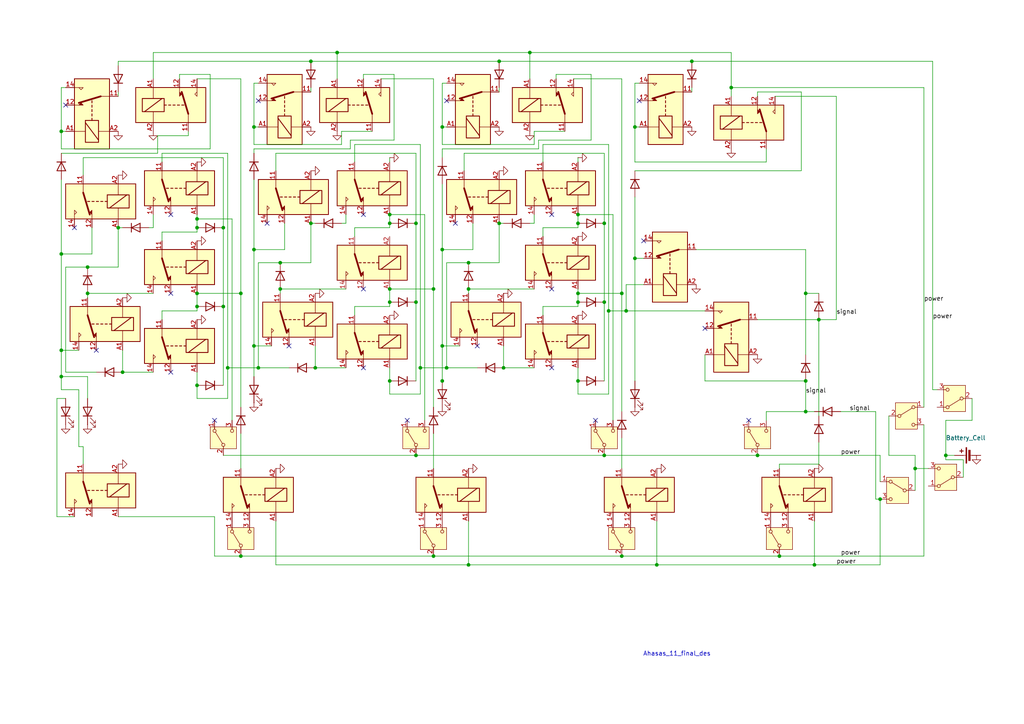
<source format=kicad_sch>
(kicad_sch (version 20231120) (generator "eeschema") (generator_version "8.0")
  (paper "A4")
  (lib_symbols
    (symbol "Device:Battery_Cell" (pin_numbers hide) (pin_names (offset 0) hide)
      (property "Reference" "BT" (at 2.54 2.54 0))
      (property "Value" "Battery_Cell" (at 2.54 0 0))
      (symbol "Battery_Cell_1_1"
        (pin passive line (at 0 5.08 270) (length 2.54) (name "+") (number "1"))
        (pin passive line (at 0 -2.54 90) (length 2.54) (name "-") (number "2"))
      )
    )
    (symbol "Device:D" (pin_numbers hide) (pin_names (offset 1.016) hide)
      (property "Reference" "D" (at 0 2.54 0))
      (property "Value" "D" (at 0 -2.54 0))
      (symbol "D_1_1"
        (pin passive line (at -3.81 0 0) (length 2.54) (name "K") (number "1"))
        (pin passive line (at 3.81 0 180) (length 2.54) (name "A") (number "2"))
      )
    )
    (symbol "Device:LED" (pin_numbers hide) (pin_names (offset 1.016) hide)
      (property "Reference" "D" (at 0 2.54 0))
      (property "Value" "LED" (at 0 -2.54 0))
      (symbol "LED_1_1"
        (pin passive line (at -3.81 0 0) (length 2.54) (name "K") (number "1"))
        (pin passive line (at 3.81 0 180) (length 2.54) (name "A") (number "2"))
      )
    )
    (symbol "Relay:Relay_SPDT"
      (property "Reference" "K" (at 11.43 3.81 0))
      (property "Value" "Relay_SPDT" (at 11.43 1.27 0))
      (symbol "Relay_SPDT_1_1"
        (pin passive line (at 5.08 -7.62 90) (length 2.54) (name "~") (number "11"))
        (pin passive line (at 2.54 7.62 270) (length 2.54) (name "~") (number "12"))
        (pin passive line (at 7.62 7.62 270) (length 2.54) (name "~") (number "14"))
        (pin passive line (at -5.08 7.62 270) (length 2.54) (name "~") (number "A1"))
        (pin passive line (at -5.08 -7.62 90) (length 2.54) (name "~") (number "A2"))
      )
    )
    (symbol "Switch:SW_SPDT" (pin_names (offset 0) hide)
      (property "Reference" "SW" (at 0 5.08 0))
      (property "Value" "SW_SPDT" (at 0 -5.08 0))
      (symbol "SW_SPDT_1_1"
        (pin passive line (at 5.08 2.54 180) (length 2.54) (name "A") (number "1"))
        (pin passive line (at -5.08 0 0) (length 2.54) (name "B") (number "2"))
        (pin passive line (at 5.08 -2.54 180) (length 2.54) (name "C") (number "3"))
      )
    )
    (symbol "power:GND" (power) (pin_numbers hide) (pin_names (offset 0) hide)
      (property "Value" "GND" (at 0 -3.81 0))
      (symbol "GND_1_1"
        (pin power_in line (at 0 0 270) (length 0) (name "~") (number "1"))
      )
    )
  )
  (junction (at 57.15 85.09))
  (junction (at 25.4 85.09))
  (junction (at 167.64 64.77))
  (junction (at 180.34 85.09))
  (junction (at 69.85 161.29))
  (junction (at 176.53 90.17))
  (junction (at 81.28 83.82))
  (junction (at 265.43 135.89))
  (junction (at 135.89 76.2))
  (junction (at 57.15 66.04))
  (junction (at 81.28 76.2))
  (junction (at 113.03 87.63))
  (junction (at 255.27 144.78))
  (junction (at 144.78 64.77))
  (junction (at 128.27 36.83))
  (junction (at 64.77 88.9))
  (junction (at 113.03 64.77))
  (junction (at 212.09 25.4))
  (junction (at 167.64 87.63))
  (junction (at 125.73 161.29))
  (junction (at 128.27 72.39))
  (junction (at 180.34 161.29))
  (junction (at 57.15 63.5))
  (junction (at 113.03 110.49))
  (junction (at 17.78 73.66))
  (junction (at 175.26 132.08))
  (junction (at 57.15 88.9))
  (junction (at 274.32 132.08))
  (junction (at 73.66 100.33))
  (junction (at 128.27 110.49))
  (junction (at 167.64 110.49))
  (junction (at 113.03 83.82))
  (junction (at 35.56 107.95))
  (junction (at 135.89 163.83))
  (junction (at 64.77 66.04))
  (junction (at 121.92 106.68))
  (junction (at 91.44 106.68))
  (junction (at 181.61 90.17))
  (junction (at 219.71 132.08))
  (junction (at 120.65 132.08))
  (junction (at 184.15 74.93))
  (junction (at 175.26 87.63))
  (junction (at 17.78 101.6))
  (junction (at 226.06 161.29))
  (junction (at 17.78 109.22))
  (junction (at 97.79 15.24))
  (junction (at 113.03 62.23))
  (junction (at 153.67 15.24))
  (junction (at 125.73 83.82))
  (junction (at 90.17 17.78))
  (junction (at 233.68 110.49))
  (junction (at 175.26 64.77))
  (junction (at 167.64 62.23))
  (junction (at 146.05 106.68))
  (junction (at 34.29 66.04))
  (junction (at 236.22 163.83))
  (junction (at 184.15 36.83))
  (junction (at 57.15 111.76))
  (junction (at 120.65 87.63))
  (junction (at 128.27 100.33))
  (junction (at 73.66 72.39))
  (junction (at 73.66 36.83))
  (junction (at 233.68 119.38))
  (junction (at 69.85 85.09))
  (junction (at 167.64 85.09))
  (junction (at 237.49 92.71))
  (junction (at 135.89 83.82))
  (junction (at 25.4 77.47))
  (junction (at 129.54 106.68))
  (junction (at 200.66 17.78))
  (junction (at 90.17 64.77))
  (junction (at 66.04 106.68))
  (junction (at 233.68 85.09))
  (junction (at 120.65 64.77))
  (junction (at 17.78 38.1))
  (junction (at 190.5 163.83))
  (junction (at 144.78 17.78))
  (junction (at 74.93 106.68))
  (no_connect (at 138.43 100.33))
  (no_connect (at 49.53 62.23))
  (no_connect (at 49.53 85.09))
  (no_connect (at 27.94 101.6))
  (no_connect (at 83.82 100.33))
  (no_connect (at 186.69 69.85))
  (no_connect (at 105.41 83.82))
  (no_connect (at 19.05 30.48))
  (no_connect (at 105.41 62.23))
  (no_connect (at 172.72 121.92))
  (no_connect (at 49.53 107.95))
  (no_connect (at 185.42 29.21))
  (no_connect (at 129.54 29.21))
  (no_connect (at 217.17 121.92))
  (no_connect (at 160.02 83.82))
  (no_connect (at 21.59 66.04))
  (no_connect (at 118.11 121.92))
  (no_connect (at 160.02 106.68))
  (no_connect (at 160.02 62.23))
  (no_connect (at 204.47 95.25))
  (no_connect (at 105.41 106.68))
  (no_connect (at 77.47 64.77))
  (no_connect (at 132.08 64.77))
  (no_connect (at 62.23 121.92))
  (no_connect (at 74.93 29.21))
  (wire (pts (xy 110.49 22.86) (xy 125.73 22.86)))
  (wire (pts (xy 154.94 41.91) (xy 128.27 41.91)))
  (wire (pts (xy 255.27 163.83) (xy 236.22 163.83)))
  (wire (pts (xy 167.64 62.23) (xy 167.64 64.77)))
  (wire (pts (xy 17.78 101.6) (xy 22.86 101.6)))
  (wire (pts (xy 73.66 100.33) (xy 78.74 100.33)))
  (wire (pts (xy 74.93 106.68) (xy 66.04 106.68)))
  (wire (pts (xy 90.17 17.78) (xy 34.29 17.78)))
  (wire (pts (xy 80.01 151.13) (xy 80.01 163.83)))
  (wire (pts (xy 265.43 135.89) (xy 269.24 135.89)))
  (wire (pts (xy 62.23 149.86) (xy 62.23 161.29)))
  (wire (pts (xy 137.16 72.39) (xy 137.16 64.77)))
  (wire (pts (xy 121.92 41.91) (xy 121.92 106.68)))
  (wire (pts (xy 157.48 41.91) (xy 176.53 41.91)))
  (wire (pts (xy 113.03 83.82) (xy 113.03 87.63)))
  (wire (pts (xy 120.65 132.08) (xy 175.26 132.08)))
  (wire (pts (xy 113.03 110.49) (xy 113.03 106.68)))
  (wire (pts (xy 281.94 121.92) (xy 274.32 121.92)))
  (wire (pts (xy 254 144.78) (xy 255.27 144.78)))
  (wire (pts (xy 128.27 41.91) (xy 128.27 36.83)))
  (wire (pts (xy 154.94 62.23) (xy 154.94 64.77)))
  (wire (pts (xy 100.33 62.23) (xy 100.33 64.77)))
  (wire (pts (xy 135.89 151.13) (xy 135.89 163.83)))
  (wire (pts (xy 138.43 106.68) (xy 129.54 106.68)))
  (wire (pts (xy 113.03 87.63) (xy 113.03 88.9)))
  (wire (pts (xy 237.49 134.62) (xy 226.06 134.62)))
  (wire (pts (xy 237.49 128.27) (xy 237.49 134.62)))
  (wire (pts (xy 57.15 111.76) (xy 57.15 107.95)))
  (wire (pts (xy 120.65 87.63) (xy 120.65 110.49)))
  (wire (pts (xy 102.87 41.91) (xy 121.92 41.91)))
  (wire (pts (xy 200.66 17.78) (xy 270.51 17.78)))
  (wire (pts (xy 97.79 15.24) (xy 153.67 15.24)))
  (wire (pts (xy 74.93 106.68) (xy 74.93 76.2)))
  (wire (pts (xy 167.64 114.3) (xy 167.64 110.49)))
  (wire (pts (xy 134.62 44.45) (xy 134.62 49.53)))
  (wire (pts (xy 66.04 115.57) (xy 57.15 115.57)))
  (wire (pts (xy 17.78 73.66) (xy 17.78 52.07)))
  (wire (pts (xy 233.68 85.09) (xy 237.49 85.09)))
  (wire (pts (xy 74.93 76.2) (xy 81.28 76.2)))
  (wire (pts (xy 17.78 38.1) (xy 17.78 25.4)))
  (wire (pts (xy 90.17 64.77) (xy 91.44 64.77)))
  (wire (pts (xy 17.78 109.22) (xy 17.78 101.6)))
  (wire (pts (xy 257.81 132.08) (xy 265.43 132.08)))
  (wire (pts (xy 73.66 43.18) (xy 101.6 43.18)))
  (wire (pts (xy 200.66 17.78) (xy 144.78 17.78)))
  (wire (pts (xy 267.97 25.4) (xy 267.97 118.11)))
  (wire (pts (xy 279.4 138.43) (xy 279.4 133.35)))
  (wire (pts (xy 201.93 72.39) (xy 233.68 72.39)))
  (wire (pts (xy 128.27 72.39) (xy 137.16 72.39)))
  (wire (pts (xy 64.77 66.04) (xy 64.77 45.72)))
  (wire (pts (xy 22.86 129.54) (xy 22.86 113.03)))
  (wire (pts (xy 17.78 43.18) (xy 17.78 38.1)))
  (wire (pts (xy 177.8 62.23) (xy 177.8 121.92)))
  (wire (pts (xy 16.51 115.57) (xy 16.51 149.86)))
  (wire (pts (xy 121.92 114.3) (xy 113.03 114.3)))
  (wire (pts (xy 121.92 106.68) (xy 121.92 114.3)))
  (wire (pts (xy 222.25 119.38) (xy 222.25 121.92)))
  (wire (pts (xy 274.32 133.35) (xy 274.32 132.08)))
  (wire (pts (xy 113.03 66.04) (xy 102.87 66.04)))
  (wire (pts (xy 35.56 107.95) (xy 44.45 107.95)))
  (wire (pts (xy 212.09 25.4) (xy 212.09 15.24)))
  (wire (pts (xy 16.51 149.86) (xy 21.59 149.86)))
  (wire (pts (xy 274.32 132.08) (xy 276.86 132.08)))
  (wire (pts (xy 175.26 87.63) (xy 175.26 110.49)))
  (wire (pts (xy 35.56 101.6) (xy 35.56 107.95)))
  (wire (pts (xy 81.28 85.09) (xy 81.28 83.82)))
  (wire (pts (xy 44.45 15.24) (xy 44.45 22.86)))
  (wire (pts (xy 167.64 46.99) (xy 167.64 45.72)))
  (wire (pts (xy 232.41 26.67) (xy 219.71 26.67)))
  (wire (pts (xy 144.78 76.2) (xy 144.78 64.77)))
  (wire (pts (xy 19.05 77.47) (xy 25.4 77.47)))
  (wire (pts (xy 102.87 66.04) (xy 102.87 68.58)))
  (wire (pts (xy 64.77 45.72) (xy 24.13 45.72)))
  (wire (pts (xy 167.64 83.82) (xy 167.64 85.09)))
  (wire (pts (xy 135.89 76.2) (xy 144.78 76.2)))
  (wire (pts (xy 270.51 113.03) (xy 271.78 113.03)))
  (wire (pts (xy 27.94 107.95) (xy 19.05 107.95)))
  (wire (pts (xy 128.27 43.18) (xy 156.21 43.18)))
  (wire (pts (xy 156.21 40.64) (xy 171.45 40.64)))
  (wire (pts (xy 113.03 114.3) (xy 113.03 110.49)))
  (wire (pts (xy 233.68 110.49) (xy 204.47 110.49)))
  (wire (pts (xy 224.79 27.94) (xy 242.57 27.94)))
  (wire (pts (xy 180.34 85.09) (xy 180.34 119.38)))
  (wire (pts (xy 181.61 90.17) (xy 204.47 90.17)))
  (wire (pts (xy 171.45 40.64) (xy 171.45 21.59)))
  (wire (pts (xy 45.72 39.37) (xy 45.72 44.45)))
  (wire (pts (xy 237.49 92.71) (xy 242.57 92.71)))
  (wire (pts (xy 135.89 83.82) (xy 154.94 83.82)))
  (wire (pts (xy 24.13 134.62) (xy 24.13 129.54)))
  (wire (pts (xy 190.5 151.13) (xy 190.5 163.83)))
  (wire (pts (xy 57.15 85.09) (xy 57.15 88.9)))
  (wire (pts (xy 101.6 43.18) (xy 101.6 40.64)))
  (wire (pts (xy 125.73 118.11) (xy 125.73 83.82)))
  (wire (pts (xy 161.29 21.59) (xy 161.29 22.86)))
  (wire (pts (xy 222.25 43.18) (xy 222.25 46.99)))
  (wire (pts (xy 233.68 72.39) (xy 233.68 85.09)))
  (wire (pts (xy 69.85 22.86) (xy 57.15 22.86)))
  (wire (pts (xy 73.66 41.91) (xy 73.66 36.83)))
  (wire (pts (xy 180.34 85.09) (xy 167.64 85.09)))
  (wire (pts (xy 46.99 90.17) (xy 46.99 92.71)))
  (wire (pts (xy 46.99 44.45) (xy 66.04 44.45)))
  (wire (pts (xy 176.53 90.17) (xy 176.53 114.3)))
  (wire (pts (xy 167.64 66.04) (xy 157.48 66.04)))
  (wire (pts (xy 64.77 66.04) (xy 64.77 88.9)))
  (wire (pts (xy 175.26 64.77) (xy 175.26 87.63)))
  (wire (pts (xy 129.54 76.2) (xy 135.89 76.2)))
  (wire (pts (xy 54.61 38.1) (xy 54.61 39.37)))
  (wire (pts (xy 167.64 110.49) (xy 167.64 106.68)))
  (wire (pts (xy 144.78 64.77) (xy 146.05 64.77)))
  (wire (pts (xy 73.66 43.18) (xy 73.66 44.45)))
  (wire (pts (xy 19.05 107.95) (xy 19.05 77.47)))
  (wire (pts (xy 200.66 25.4) (xy 200.66 26.67)))
  (wire (pts (xy 123.19 62.23) (xy 113.03 62.23)))
  (wire (pts (xy 144.78 25.4) (xy 144.78 26.67)))
  (wire (pts (xy 91.44 100.33) (xy 91.44 106.68)))
  (wire (pts (xy 44.45 66.04) (xy 43.18 66.04)))
  (wire (pts (xy 125.73 135.89) (xy 125.73 125.73)))
  (wire (pts (xy 19.05 115.57) (xy 16.51 115.57)))
  (wire (pts (xy 67.31 63.5) (xy 57.15 63.5)))
  (wire (pts (xy 57.15 67.31) (xy 46.99 67.31)))
  (wire (pts (xy 80.01 44.45) (xy 80.01 49.53)))
  (wire (pts (xy 17.78 25.4) (xy 19.05 25.4)))
  (wire (pts (xy 281.94 115.57) (xy 281.94 121.92)))
  (wire (pts (xy 114.3 40.64) (xy 114.3 21.59)))
  (wire (pts (xy 237.49 92.71) (xy 237.49 120.65)))
  (wire (pts (xy 153.67 15.24) (xy 212.09 15.24)))
  (wire (pts (xy 60.96 21.59) (xy 52.07 21.59)))
  (wire (pts (xy 44.45 62.23) (xy 44.45 66.04)))
  (wire (pts (xy 66.04 44.45) (xy 66.04 106.68)))
  (wire (pts (xy 34.29 66.04) (xy 35.56 66.04)))
  (wire (pts (xy 177.8 62.23) (xy 167.64 62.23)))
  (wire (pts (xy 57.15 66.04) (xy 57.15 67.31)))
  (wire (pts (xy 90.17 76.2) (xy 90.17 64.77)))
  (wire (pts (xy 185.42 36.83) (xy 184.15 36.83)))
  (wire (pts (xy 156.21 43.18) (xy 156.21 40.64)))
  (wire (pts (xy 114.3 21.59) (xy 105.41 21.59)))
  (wire (pts (xy 184.15 49.53) (xy 232.41 49.53)))
  (wire (pts (xy 120.65 64.77) (xy 120.65 44.45)))
  (wire (pts (xy 17.78 101.6) (xy 17.78 73.66)))
  (wire (pts (xy 129.54 106.68) (xy 129.54 76.2)))
  (wire (pts (xy 66.04 106.68) (xy 66.04 115.57)))
  (wire (pts (xy 237.49 92.71) (xy 219.71 92.71)))
  (wire (pts (xy 57.15 85.09) (xy 69.85 85.09)))
  (wire (pts (xy 184.15 74.93) (xy 184.15 110.49)))
  (wire (pts (xy 166.37 22.86) (xy 180.34 22.86)))
  (wire (pts (xy 226.06 134.62) (xy 226.06 135.89)))
  (wire (pts (xy 146.05 100.33) (xy 146.05 106.68)))
  (wire (pts (xy 167.64 85.09) (xy 167.64 87.63)))
  (wire (pts (xy 180.34 127) (xy 180.34 135.89)))
  (wire (pts (xy 279.4 133.35) (xy 274.32 133.35)))
  (wire (pts (xy 236.22 119.38) (xy 233.68 119.38)))
  (wire (pts (xy 97.79 15.24) (xy 97.79 22.86)))
  (wire (pts (xy 24.13 45.72) (xy 24.13 50.8)))
  (wire (pts (xy 232.41 49.53) (xy 232.41 26.67)))
  (wire (pts (xy 17.78 38.1) (xy 19.05 38.1)))
  (wire (pts (xy 254 119.38) (xy 254 144.78)))
  (wire (pts (xy 25.4 77.47) (xy 34.29 77.47)))
  (wire (pts (xy 57.15 62.23) (xy 57.15 63.5)))
  (wire (pts (xy 125.73 83.82) (xy 113.03 83.82)))
  (wire (pts (xy 184.15 57.15) (xy 184.15 74.93)))
  (wire (pts (xy 22.86 113.03) (xy 17.78 113.03)))
  (wire (pts (xy 57.15 88.9) (xy 57.15 90.17)))
  (wire (pts (xy 101.6 40.64) (xy 114.3 40.64)))
  (wire (pts (xy 102.87 88.9) (xy 102.87 91.44)))
  (wire (pts (xy 242.57 27.94) (xy 242.57 92.71)))
  (wire (pts (xy 176.53 41.91) (xy 176.53 90.17)))
  (wire (pts (xy 81.28 83.82) (xy 100.33 83.82)))
  (wire (pts (xy 128.27 100.33) (xy 128.27 72.39)))
  (wire (pts (xy 46.99 46.99) (xy 46.99 44.45)))
  (wire (pts (xy 99.06 38.1) (xy 99.06 41.91)))
  (wire (pts (xy 73.66 24.13) (xy 74.93 24.13)))
  (wire (pts (xy 181.61 82.55) (xy 181.61 90.17)))
  (wire (pts (xy 176.53 114.3) (xy 167.64 114.3)))
  (wire (pts (xy 73.66 100.33) (xy 73.66 72.39)))
  (wire (pts (xy 99.06 41.91) (xy 73.66 41.91)))
  (wire (pts (xy 180.34 161.29) (xy 226.06 161.29)))
  (wire (pts (xy 226.06 161.29) (xy 267.97 161.29)))
  (wire (pts (xy 267.97 123.19) (xy 267.97 161.29)))
  (wire (pts (xy 97.79 15.24) (xy 44.45 15.24)))
  (wire (pts (xy 190.5 163.83) (xy 236.22 163.83)))
  (wire (pts (xy 80.01 163.83) (xy 135.89 163.83)))
  (wire (pts (xy 113.03 88.9) (xy 102.87 88.9)))
  (wire (pts (xy 135.89 85.09) (xy 135.89 83.82)))
  (wire (pts (xy 102.87 41.91) (xy 102.87 46.99)))
  (wire (pts (xy 64.77 132.08) (xy 120.65 132.08)))
  (wire (pts (xy 125.73 22.86) (xy 125.73 83.82)))
  (wire (pts (xy 57.15 63.5) (xy 57.15 66.04)))
  (wire (pts (xy 233.68 102.87) (xy 233.68 85.09)))
  (wire (pts (xy 129.54 106.68) (xy 121.92 106.68)))
  (wire (pts (xy 107.95 38.1) (xy 99.06 38.1)))
  (wire (pts (xy 243.84 119.38) (xy 254 119.38)))
  (wire (pts (xy 184.15 46.99) (xy 184.15 36.83)))
  (wire (pts (xy 128.27 100.33) (xy 128.27 110.49)))
  (wire (pts (xy 128.27 110.49) (xy 128.27 111.76)))
  (wire (pts (xy 144.78 17.78) (xy 90.17 17.78)))
  (wire (pts (xy 171.45 21.59) (xy 161.29 21.59)))
  (wire (pts (xy 120.65 64.77) (xy 120.65 87.63)))
  (wire (pts (xy 17.78 73.66) (xy 26.67 73.66)))
  (wire (pts (xy 175.26 132.08) (xy 219.71 132.08)))
  (wire (pts (xy 73.66 72.39) (xy 73.66 52.07)))
  (wire (pts (xy 26.67 73.66) (xy 26.67 66.04)))
  (wire (pts (xy 73.66 72.39) (xy 82.55 72.39)))
  (wire (pts (xy 25.4 115.57) (xy 25.4 109.22)))
  (wire (pts (xy 52.07 21.59) (xy 52.07 22.86)))
  (wire (pts (xy 185.42 24.13) (xy 184.15 24.13)))
  (wire (pts (xy 157.48 88.9) (xy 157.48 91.44)))
  (wire (pts (xy 128.27 45.72) (xy 128.27 43.18)))
  (wire (pts (xy 180.34 22.86) (xy 180.34 85.09)))
  (wire (pts (xy 233.68 119.38) (xy 222.25 119.38)))
  (wire (pts (xy 135.89 163.83) (xy 190.5 163.83)))
  (wire (pts (xy 69.85 125.73) (xy 69.85 135.89)))
  (wire (pts (xy 60.96 43.18) (xy 60.96 21.59)))
  (wire (pts (xy 17.78 44.45) (xy 45.72 44.45)))
  (wire (pts (xy 176.53 90.17) (xy 181.61 90.17)))
  (wire (pts (xy 123.19 62.23) (xy 123.19 121.92)))
  (wire (pts (xy 270.51 17.78) (xy 270.51 113.03)))
  (wire (pts (xy 91.44 106.68) (xy 100.33 106.68)))
  (wire (pts (xy 274.32 121.92) (xy 274.32 132.08)))
  (wire (pts (xy 69.85 85.09) (xy 69.85 22.86)))
  (wire (pts (xy 113.03 46.99) (xy 113.03 45.72)))
  (wire (pts (xy 236.22 163.83) (xy 236.22 151.13)))
  (wire (pts (xy 128.27 36.83) (xy 129.54 36.83)))
  (wire (pts (xy 69.85 85.09) (xy 69.85 118.11)))
  (wire (pts (xy 167.64 87.63) (xy 167.64 88.9)))
  (wire (pts (xy 34.29 149.86) (xy 62.23 149.86)))
  (wire (pts (xy 80.01 44.45) (xy 120.65 44.45)))
  (wire (pts (xy 24.13 129.54) (xy 22.86 129.54)))
  (wire (pts (xy 265.43 132.08) (xy 265.43 135.89)))
  (wire (pts (xy 128.27 72.39) (xy 128.27 53.34)))
  (wire (pts (xy 128.27 36.83) (xy 128.27 24.13)))
  (wire (pts (xy 212.09 25.4) (xy 212.09 27.94)))
  (wire (pts (xy 73.66 100.33) (xy 73.66 109.22)))
  (wire (pts (xy 34.29 26.67) (xy 34.29 27.94)))
  (wire (pts (xy 69.85 161.29) (xy 125.73 161.29)))
  (wire (pts (xy 57.15 90.17) (xy 46.99 90.17)))
  (wire (pts (xy 73.66 36.83) (xy 74.93 36.83)))
  (wire (pts (xy 157.48 66.04) (xy 157.48 68.58)))
  (wire (pts (xy 64.77 88.9) (xy 64.77 111.76)))
  (wire (pts (xy 175.26 64.77) (xy 175.26 44.45)))
  (wire (pts (xy 100.33 64.77) (xy 99.06 64.77)))
  (wire (pts (xy 125.73 161.29) (xy 180.34 161.29)))
  (wire (pts (xy 167.64 88.9) (xy 157.48 88.9)))
  (wire (pts (xy 233.68 110.49) (xy 233.68 119.38)))
  (wire (pts (xy 146.05 106.68) (xy 154.94 106.68)))
  (wire (pts (xy 113.03 62.23) (xy 113.03 64.77)))
  (wire (pts (xy 128.27 100.33) (xy 133.35 100.33)))
  (wire (pts (xy 62.23 161.29) (xy 69.85 161.29)))
  (wire (pts (xy 54.61 39.37) (xy 45.72 39.37)))
  (wire (pts (xy 154.94 38.1) (xy 154.94 41.91)))
  (wire (pts (xy 267.97 25.4) (xy 212.09 25.4)))
  (wire (pts (xy 34.29 77.47) (xy 34.29 66.04)))
  (wire (pts (xy 255.27 132.08) (xy 219.71 132.08)))
  (wire (pts (xy 153.67 15.24) (xy 153.67 22.86)))
  (wire (pts (xy 17.78 43.18) (xy 60.96 43.18)))
  (wire (pts (xy 255.27 132.08) (xy 255.27 139.7)))
  (wire (pts (xy 25.4 109.22) (xy 17.78 109.22)))
  (wire (pts (xy 186.69 74.93) (xy 184.15 74.93)))
  (wire (pts (xy 184.15 24.13) (xy 184.15 36.83)))
  (wire (pts (xy 57.15 115.57) (xy 57.15 111.76)))
  (wire (pts (xy 157.48 41.91) (xy 157.48 46.99)))
  (wire (pts (xy 222.25 46.99) (xy 184.15 46.99)))
  (wire (pts (xy 154.94 64.77) (xy 153.67 64.77)))
  (wire (pts (xy 255.27 144.78) (xy 255.27 163.83)))
  (wire (pts (xy 25.4 85.09) (xy 44.45 85.09)))
  (wire (pts (xy 204.47 110.49) (xy 204.47 102.87)))
  (wire (pts (xy 34.29 17.78) (xy 34.29 19.05)))
  (wire (pts (xy 113.03 64.77) (xy 113.03 66.04)))
  (wire (pts (xy 81.28 76.2) (xy 90.17 76.2)))
  (wire (pts (xy 17.78 113.03) (xy 17.78 109.22)))
  (wire (pts (xy 25.4 86.36) (xy 25.4 85.09)))
  (wire (pts (xy 257.81 120.65) (xy 257.81 132.08)))
  (wire (pts (xy 129.54 24.13) (xy 128.27 24.13)))
  (wire (pts (xy 83.82 106.68) (xy 74.93 106.68)))
  (wire (pts (xy 186.69 82.55) (xy 181.61 82.55)))
  (wire (pts (xy 219.71 26.67) (xy 219.71 27.94)))
  (wire (pts (xy 46.99 67.31) (xy 46.99 69.85)))
  (wire (pts (xy 163.83 38.1) (xy 154.94 38.1)))
  (wire (pts (xy 134.62 44.45) (xy 175.26 44.45)))
  (wire (pts (xy 67.31 63.5) (xy 67.31 121.92)))
  (wire (pts (xy 82.55 72.39) (xy 82.55 64.77)))
  (wire (pts (xy 265.43 135.89) (xy 265.43 142.24)))
  (wire (pts (xy 73.66 36.83) (xy 73.66 24.13)))
  (wire (pts (xy 105.41 21.59) (xy 105.41 22.86)))
  (wire (pts (xy 90.17 25.4) (xy 90.17 26.67)))
  (wire (pts (xy 167.64 64.77) (xy 167.64 66.04)))
  (text "Ahasas_11_final_des" (at 196.342 189.738 0) (effects (font (size 1.27 1.27))))
  (label "power" (at 242.57 163.83 0))
  (label "power" (at 243.84 161.29 0))
  (label "power" (at 267.97 87.63 0))
  (label "signal" (at 233.68 114.3 0))
  (label "signal" (at 246.38 119.38 0))
  (label "power" (at 270.51 92.71 0))
  (label "signal" (at 242.57 91.44 0))
  (label "power" (at 243.84 132.08 0))
  (symbol (lib_id "power:GND") (at 219.71 102.87 0) (unit 1)
    (property "Reference" "#PWR032" (effects (hide yes)))
    (property "Value" "GND" (effects (hide yes)))
    (property "Description" "Power symbol creates a global label with name \"GND\" , ground" (effects (hide yes)))
  )
  (symbol (lib_id "Device:D") (at 73.66 48.26 270) (unit 1)
    (property "Reference" "D?" (effects (hide yes)))
    (property "Value" "D" (effects (hide yes)))
    (property "Footprint" "Diode_THT:D_5KPW_P7.62mm_Vertical_AnodeUp" (effects (hide yes)))
    (property "Description" "Diode" (effects (hide yes)))
    (property "Sim.Device" "D" (effects (hide yes)))
    (property "Sim.Pins" "1=K 2=A" (effects (hide yes)))
  )
  (symbol (lib_id "Relay:Relay_SPDT") (at 194.31 77.47 90) (unit 1)
    (property "Reference" "K?" (effects (hide yes)))
    (property "Value" "Relay_SPDT" (effects (hide yes)))
    (property "Footprint" "Relay_THT:Relay_SPDT_Finder_36.11" (effects (hide yes)))
    (property "Description" "Monostable Relay SPDT, EN50005" (effects (hide yes)))
  )
  (symbol (lib_id "power:GND") (at 34.29 134.62 90) (unit 1)
    (property "Reference" "#PWR035" (effects (hide yes)))
    (property "Value" "GND" (effects (hide yes)))
    (property "Description" "Power symbol creates a global label with name \"GND\" , ground" (effects (hide yes)))
  )
  (symbol (lib_id "Relay:Relay_SPDT") (at 102.87 30.48 0) (unit 1)
    (property "Reference" "K?" (effects (hide yes)))
    (property "Value" "Relay_SPDT" (effects (hide yes)))
    (property "Footprint" "Relay_THT:Relay_SPDT_Finder_36.11" (effects (hide yes)))
    (property "Description" "Monostable Relay SPDT, EN50005" (effects (hide yes)))
  )
  (symbol (lib_id "Switch:SW_SPDT") (at 69.85 156.21 90) (unit 1)
    (property "Reference" "SW?" (effects (hide yes)))
    (property "Value" "SW_SPDT" (effects (hide yes)))
    (property "Footprint" "Button_Switch_THT:SW_Slide_SPDT_Straight_CK_OS102011MS2Q" (effects (hide yes)))
    (property "Description" "Switch, single pole double throw" (effects (hide yes)))
  )
  (symbol (lib_id "Device:D") (at 128.27 49.53 270) (unit 1)
    (property "Reference" "D?" (effects (hide yes)))
    (property "Value" "D" (effects (hide yes)))
    (property "Footprint" "Diode_THT:D_5KPW_P7.62mm_Vertical_AnodeUp" (effects (hide yes)))
    (property "Description" "Diode" (effects (hide yes)))
    (property "Sim.Device" "D" (effects (hide yes)))
    (property "Sim.Pins" "1=K 2=A" (effects (hide yes)))
  )
  (symbol (lib_id "Device:D") (at 135.89 80.01 270) (unit 1)
    (property "Reference" "D?" (effects (hide yes)))
    (property "Value" "D" (effects (hide yes)))
    (property "Footprint" "Diode_THT:D_5KPW_P7.62mm_Vertical_AnodeUp" (effects (hide yes)))
    (property "Description" "Diode" (effects (hide yes)))
    (property "Sim.Device" "D" (effects (hide yes)))
    (property "Sim.Pins" "1=K 2=A" (effects (hide yes)))
  )
  (symbol (lib_id "Relay:Relay_SPDT") (at 137.16 31.75 90) (unit 1)
    (property "Reference" "K?" (effects (hide yes)))
    (property "Value" "Relay_SPDT" (effects (hide yes)))
    (property "Footprint" "Relay_THT:Relay_SPDT_Finder_36.11" (effects (hide yes)))
    (property "Description" "Monostable Relay SPDT, EN50005" (effects (hide yes)))
  )
  (symbol (lib_id "Switch:SW_SPDT") (at 175.26 127 90) (unit 1)
    (property "Reference" "SW?" (effects (hide yes)))
    (property "Value" "SW_SPDT" (effects (hide yes)))
    (property "Footprint" "Button_Switch_THT:SW_Slide_SPDT_Straight_CK_OS102011MS2Q" (effects (hide yes)))
    (property "Description" "Switch, single pole double throw" (effects (hide yes)))
  )
  (symbol (lib_id "Relay:Relay_SPDT") (at 162.56 99.06 180) (unit 1)
    (property "Reference" "K?" (effects (hide yes)))
    (property "Value" "Relay_SPDT" (effects (hide yes)))
    (property "Footprint" "Relay_THT:Relay_SPDT_Finder_36.11" (effects (hide yes)))
    (property "Description" "Monostable Relay SPDT, EN50005" (effects (hide yes)))
  )
  (symbol (lib_id "Device:D") (at 142.24 106.68 0) (unit 1)
    (property "Reference" "D?" (effects (hide yes)))
    (property "Value" "D" (effects (hide yes)))
    (property "Footprint" "Diode_THT:D_5KPW_P7.62mm_Vertical_AnodeUp" (effects (hide yes)))
    (property "Description" "Diode" (effects (hide yes)))
    (property "Sim.Device" "D" (effects (hide yes)))
    (property "Sim.Pins" "1=K 2=A" (effects (hide yes)))
  )
  (symbol (lib_id "Device:D") (at 171.45 110.49 180) (unit 1)
    (property "Reference" "D?" (effects (hide yes)))
    (property "Value" "D" (effects (hide yes)))
    (property "Footprint" "Diode_THT:D_5KPW_P7.62mm_Vertical_AnodeUp" (effects (hide yes)))
    (property "Description" "Diode" (effects (hide yes)))
    (property "Sim.Device" "D" (effects (hide yes)))
    (property "Sim.Pins" "1=K 2=A" (effects (hide yes)))
  )
  (symbol (lib_id "power:GND") (at 144.78 49.53 90) (unit 1)
    (property "Reference" "#PWR021" (effects (hide yes)))
    (property "Value" "GND" (effects (hide yes)))
    (property "Description" "Power symbol creates a global label with name \"GND\" , ground" (effects (hide yes)))
  )
  (symbol (lib_id "Relay:Relay_SPDT") (at 231.14 143.51 180) (unit 1)
    (property "Reference" "K?" (effects (hide yes)))
    (property "Value" "Relay_SPDT" (effects (hide yes)))
    (property "Footprint" "Relay_THT:Relay_SPDT_Finder_36.11" (effects (hide yes)))
    (property "Description" "Monostable Relay SPDT, EN50005" (effects (hide yes)))
  )
  (symbol (lib_id "Device:D") (at 233.68 106.68 270) (unit 1)
    (property "Reference" "D?" (effects (hide yes)))
    (property "Value" "D" (effects (hide yes)))
    (property "Footprint" "Diode_THT:D_5KPW_P7.62mm_Vertical_AnodeUp" (effects (hide yes)))
    (property "Description" "Diode" (effects (hide yes)))
    (property "Sim.Device" "D" (effects (hide yes)))
    (property "Sim.Pins" "1=K 2=A" (effects (hide yes)))
  )
  (symbol (lib_id "power:GND") (at 113.03 91.44 90) (unit 1)
    (property "Reference" "#PWR017" (effects (hide yes)))
    (property "Value" "GND" (effects (hide yes)))
    (property "Description" "Power symbol creates a global label with name \"GND\" , ground" (effects (hide yes)))
  )
  (symbol (lib_id "Device:D") (at 200.66 21.59 90) (unit 1)
    (property "Reference" "D?" (effects (hide yes)))
    (property "Value" "D" (effects (hide yes)))
    (property "Footprint" "Diode_THT:D_5KPW_P7.62mm_Vertical_AnodeUp" (effects (hide yes)))
    (property "Description" "Diode" (effects (hide yes)))
    (property "Sim.Device" "D" (effects (hide yes)))
    (property "Sim.Pins" "1=K 2=A" (effects (hide yes)))
  )
  (symbol (lib_id "Device:D") (at 69.85 121.92 270) (unit 1)
    (property "Reference" "D?" (effects (hide yes)))
    (property "Value" "D" (effects (hide yes)))
    (property "Footprint" "Diode_THT:D_5KPW_P7.62mm_Vertical_AnodeUp" (effects (hide yes)))
    (property "Description" "Diode" (effects (hide yes)))
    (property "Sim.Device" "D" (effects (hide yes)))
    (property "Sim.Pins" "1=K 2=A" (effects (hide yes)))
  )
  (symbol (lib_id "Device:D") (at 87.63 106.68 0) (unit 1)
    (property "Reference" "D?" (effects (hide yes)))
    (property "Value" "D" (effects (hide yes)))
    (property "Footprint" "Diode_THT:D_5KPW_P7.62mm_Vertical_AnodeUp" (effects (hide yes)))
    (property "Description" "Diode" (effects (hide yes)))
    (property "Sim.Device" "D" (effects (hide yes)))
    (property "Sim.Pins" "1=K 2=A" (effects (hide yes)))
  )
  (symbol (lib_id "Switch:SW_SPDT") (at 219.71 127 90) (unit 1)
    (property "Reference" "SW?" (effects (hide yes)))
    (property "Value" "SW_SPDT" (effects (hide yes)))
    (property "Footprint" "Button_Switch_THT:SW_Slide_SPDT_Straight_CK_OS102011MS2Q" (effects (hide yes)))
    (property "Description" "Switch, single pole double throw" (effects (hide yes)))
  )
  (symbol (lib_id "Device:D") (at 34.29 22.86 90) (unit 1)
    (property "Reference" "D?" (effects (hide yes)))
    (property "Value" "D" (effects (hide yes)))
    (property "Footprint" "Diode_THT:D_5KPW_P7.62mm_Vertical_AnodeUp" (effects (hide yes)))
    (property "Description" "Diode" (effects (hide yes)))
    (property "Sim.Device" "D" (effects (hide yes)))
    (property "Sim.Pins" "1=K 2=A" (effects (hide yes)))
  )
  (symbol (lib_id "Relay:Relay_SPDT") (at 212.09 97.79 90) (unit 1)
    (property "Reference" "K?" (effects (hide yes)))
    (property "Value" "Relay_SPDT" (effects (hide yes)))
    (property "Footprint" "Relay_THT:Relay_SPDT_Finder_36.11" (effects (hide yes)))
    (property "Description" "Monostable Relay SPDT, EN50005" (effects (hide yes)))
  )
  (symbol (lib_id "power:GND") (at 167.64 45.72 90) (unit 1)
    (property "Reference" "#PWR024" (effects (hide yes)))
    (property "Value" "GND" (effects (hide yes)))
    (property "Description" "Power symbol creates a global label with name \"GND\" , ground" (effects (hide yes)))
  )
  (symbol (lib_id "power:GND") (at 144.78 36.83 0) (unit 1)
    (property "Reference" "#PWR020" (effects (hide yes)))
    (property "Value" "GND" (effects (hide yes)))
    (property "Description" "Power symbol creates a global label with name \"GND\" , ground" (effects (hide yes)))
  )
  (symbol (lib_id "Relay:Relay_SPDT") (at 185.42 143.51 180) (unit 1)
    (property "Reference" "K?" (effects (hide yes)))
    (property "Value" "Relay_SPDT" (effects (hide yes)))
    (property "Footprint" "Relay_THT:Relay_SPDT_Finder_36.11" (effects (hide yes)))
    (property "Description" "Monostable Relay SPDT, EN50005" (effects (hide yes)))
  )
  (symbol (lib_id "power:GND") (at 57.15 46.99 90) (unit 1)
    (property "Reference" "#PWR07" (effects (hide yes)))
    (property "Value" "GND" (effects (hide yes)))
    (property "Description" "Power symbol creates a global label with name \"GND\" , ground" (effects (hide yes)))
  )
  (symbol (lib_id "Device:D") (at 237.49 124.46 270) (unit 1)
    (property "Reference" "D?" (effects (hide yes)))
    (property "Value" "D" (effects (hide yes)))
    (property "Footprint" "Diode_THT:D_5KPW_P7.62mm_Vertical_AnodeUp" (effects (hide yes)))
    (property "Description" "Diode" (effects (hide yes)))
    (property "Sim.Device" "D" (effects (hide yes)))
    (property "Sim.Pins" "1=K 2=A" (effects (hide yes)))
  )
  (symbol (lib_id "Switch:SW_SPDT") (at 125.73 156.21 90) (unit 1)
    (property "Reference" "SW?" (effects (hide yes)))
    (property "Value" "SW_SPDT" (effects (hide yes)))
    (property "Footprint" "Button_Switch_THT:SW_Slide_SPDT_Straight_CK_OS102011MS2Q" (effects (hide yes)))
    (property "Description" "Switch, single pole double throw" (effects (hide yes)))
  )
  (symbol (lib_id "power:GND") (at 167.64 91.44 90) (unit 1)
    (property "Reference" "#PWR026" (effects (hide yes)))
    (property "Value" "GND" (effects (hide yes)))
    (property "Description" "Power symbol creates a global label with name \"GND\" , ground" (effects (hide yes)))
  )
  (symbol (lib_id "Device:D") (at 237.49 88.9 270) (unit 1)
    (property "Reference" "D?" (effects (hide yes)))
    (property "Value" "D" (effects (hide yes)))
    (property "Footprint" "Diode_THT:D_5KPW_P7.62mm_Vertical_AnodeUp" (effects (hide yes)))
    (property "Description" "Diode" (effects (hide yes)))
    (property "Sim.Device" "D" (effects (hide yes)))
    (property "Sim.Pins" "1=K 2=A" (effects (hide yes)))
  )
  (symbol (lib_id "power:GND") (at 57.15 92.71 90) (unit 1)
    (property "Reference" "#PWR09" (effects (hide yes)))
    (property "Value" "GND" (effects (hide yes)))
    (property "Description" "Power symbol creates a global label with name \"GND\" , ground" (effects (hide yes)))
  )
  (symbol (lib_id "Switch:SW_SPDT") (at 276.86 115.57 180) (unit 1)
    (property "Reference" "SW?" (effects (hide yes)))
    (property "Value" "SW_SPDT" (effects (hide yes)))
    (property "Footprint" "Button_Switch_THT:SW_Slide_SPDT_Straight_CK_OS102011MS2Q" (effects (hide yes)))
    (property "Description" "Switch, single pole double throw" (effects (hide yes)))
  )
  (symbol (lib_id "Relay:Relay_SPDT") (at 162.56 54.61 180) (unit 1)
    (property "Reference" "K?" (effects (hide yes)))
    (property "Value" "Relay_SPDT" (effects (hide yes)))
    (property "Footprint" "Relay_THT:Relay_SPDT_Finder_36.11" (effects (hide yes)))
    (property "Description" "Monostable Relay SPDT, EN50005" (effects (hide yes)))
  )
  (symbol (lib_id "Device:LED") (at 25.4 119.38 90) (unit 1)
    (property "Reference" "D?" (effects (hide yes)))
    (property "Value" "LED" (effects (hide yes)))
    (property "Footprint" "LED_THT:LED_D5.0mm_Clear" (effects (hide yes)))
    (property "Description" "Light emitting diode" (effects (hide yes)))
  )
  (symbol (lib_id "power:GND") (at 97.79 38.1 0) (unit 1)
    (property "Reference" "#PWR015" (effects (hide yes)))
    (property "Value" "GND" (effects (hide yes)))
    (property "Description" "Power symbol creates a global label with name \"GND\" , ground" (effects (hide yes)))
  )
  (symbol (lib_id "power:GND") (at 90.17 49.53 90) (unit 1)
    (property "Reference" "#PWR013" (effects (hide yes)))
    (property "Value" "GND" (effects (hide yes)))
    (property "Description" "Power symbol creates a global label with name \"GND\" , ground" (effects (hide yes)))
  )
  (symbol (lib_id "Relay:Relay_SPDT") (at 130.81 143.51 180) (unit 1)
    (property "Reference" "K?" (effects (hide yes)))
    (property "Value" "Relay_SPDT" (effects (hide yes)))
    (property "Footprint" "Relay_THT:Relay_SPDT_Finder_36.11" (effects (hide yes)))
    (property "Description" "Monostable Relay SPDT, EN50005" (effects (hide yes)))
  )
  (symbol (lib_id "Relay:Relay_SPDT") (at 30.48 93.98 180) (unit 1)
    (property "Reference" "K?" (effects (hide yes)))
    (property "Value" "Relay_SPDT" (effects (hide yes)))
    (property "Footprint" "Relay_THT:Relay_SPDT_Finder_36.11" (effects (hide yes)))
    (property "Description" "Monostable Relay SPDT, EN50005" (effects (hide yes)))
  )
  (symbol (lib_id "power:GND") (at 212.09 43.18 0) (unit 1)
    (property "Reference" "#PWR031" (effects (hide yes)))
    (property "Value" "GND" (effects (hide yes)))
    (property "Description" "Power symbol creates a global label with name \"GND\" , ground" (effects (hide yes)))
  )
  (symbol (lib_id "Device:D") (at 60.96 66.04 180) (unit 1)
    (property "Reference" "D?" (effects (hide yes)))
    (property "Value" "D" (effects (hide yes)))
    (property "Footprint" "Diode_THT:D_5KPW_P7.62mm_Vertical_AnodeUp" (effects (hide yes)))
    (property "Description" "Diode" (effects (hide yes)))
    (property "Sim.Device" "D" (effects (hide yes)))
    (property "Sim.Pins" "1=K 2=A" (effects (hide yes)))
  )
  (symbol (lib_id "power:GND") (at 80.01 135.89 90) (unit 1)
    (property "Reference" "#PWR011" (effects (hide yes)))
    (property "Value" "GND" (effects (hide yes)))
    (property "Description" "Power symbol creates a global label with name \"GND\" , ground" (effects (hide yes)))
  )
  (symbol (lib_id "Relay:Relay_SPDT") (at 86.36 92.71 180) (unit 1)
    (property "Reference" "K?" (effects (hide yes)))
    (property "Value" "Relay_SPDT" (effects (hide yes)))
    (property "Footprint" "Relay_THT:Relay_SPDT_Finder_36.11" (effects (hide yes)))
    (property "Description" "Monostable Relay SPDT, EN50005" (effects (hide yes)))
  )
  (symbol (lib_id "Device:LED") (at 19.05 119.38 90) (unit 1)
    (property "Reference" "D?" (effects (hide yes)))
    (property "Value" "LED" (effects (hide yes)))
    (property "Footprint" "LED_THT:LED_D5.0mm_Clear" (effects (hide yes)))
    (property "Description" "Light emitting diode" (effects (hide yes)))
  )
  (symbol (lib_id "Device:D") (at 95.25 64.77 0) (unit 1)
    (property "Reference" "D?" (effects (hide yes)))
    (property "Value" "D" (effects (hide yes)))
    (property "Footprint" "Diode_THT:D_5KPW_P7.62mm_Vertical_AnodeUp" (effects (hide yes)))
    (property "Description" "Diode" (effects (hide yes)))
    (property "Sim.Device" "D" (effects (hide yes)))
    (property "Sim.Pins" "1=K 2=A" (effects (hide yes)))
  )
  (symbol (lib_id "Relay:Relay_SPDT") (at 49.53 30.48 0) (unit 1)
    (property "Reference" "K?" (effects (hide yes)))
    (property "Value" "Relay_SPDT" (effects (hide yes)))
    (property "Footprint" "Relay_THT:Relay_SPDT_Finder_36.11" (effects (hide yes)))
    (property "Description" "Monostable Relay SPDT, EN50005" (effects (hide yes)))
  )
  (symbol (lib_id "Device:D") (at 31.75 107.95 0) (unit 1)
    (property "Reference" "D?" (effects (hide yes)))
    (property "Value" "D" (effects (hide yes)))
    (property "Footprint" "Diode_THT:D_5KPW_P7.62mm_Vertical_AnodeUp" (effects (hide yes)))
    (property "Description" "Diode" (effects (hide yes)))
    (property "Sim.Device" "D" (effects (hide yes)))
    (property "Sim.Pins" "1=K 2=A" (effects (hide yes)))
  )
  (symbol (lib_id "Relay:Relay_SPDT") (at 217.17 35.56 0) (unit 1)
    (property "Reference" "K?" (effects (hide yes)))
    (property "Value" "Relay_SPDT" (effects (hide yes)))
    (property "Footprint" "Relay_THT:Relay_SPDT_Finder_36.11" (effects (hide yes)))
    (property "Description" "Monostable Relay SPDT, EN50005" (effects (hide yes)))
  )
  (symbol (lib_id "Relay:Relay_SPDT") (at 158.75 30.48 0) (unit 1)
    (property "Reference" "K?" (effects (hide yes)))
    (property "Value" "Relay_SPDT" (effects (hide yes)))
    (property "Footprint" "Relay_THT:Relay_SPDT_Finder_36.11" (effects (hide yes)))
    (property "Description" "Monostable Relay SPDT, EN50005" (effects (hide yes)))
  )
  (symbol (lib_id "Device:D") (at 60.96 111.76 180) (unit 1)
    (property "Reference" "D?" (effects (hide yes)))
    (property "Value" "D" (effects (hide yes)))
    (property "Footprint" "Diode_THT:D_5KPW_P7.62mm_Vertical_AnodeUp" (effects (hide yes)))
    (property "Description" "Diode" (effects (hide yes)))
    (property "Sim.Device" "D" (effects (hide yes)))
    (property "Sim.Pins" "1=K 2=A" (effects (hide yes)))
  )
  (symbol (lib_id "power:GND") (at 201.93 82.55 0) (unit 1)
    (property "Reference" "#PWR030" (effects (hide yes)))
    (property "Value" "GND" (effects (hide yes)))
    (property "Description" "Power symbol creates a global label with name \"GND\" , ground" (effects (hide yes)))
  )
  (symbol (lib_id "power:GND") (at 57.15 69.85 90) (unit 1)
    (property "Reference" "#PWR08" (effects (hide yes)))
    (property "Value" "GND" (effects (hide yes)))
    (property "Description" "Power symbol creates a global label with name \"GND\" , ground" (effects (hide yes)))
  )
  (symbol (lib_id "Device:D") (at 180.34 123.19 270) (unit 1)
    (property "Reference" "D?" (effects (hide yes)))
    (property "Value" "D" (effects (hide yes)))
    (property "Footprint" "Diode_THT:D_5KPW_P7.62mm_Vertical_AnodeUp" (effects (hide yes)))
    (property "Description" "Diode" (effects (hide yes)))
    (property "Sim.Device" "D" (effects (hide yes)))
    (property "Sim.Pins" "1=K 2=A" (effects (hide yes)))
  )
  (symbol (lib_id "Device:D") (at 240.03 119.38 0) (unit 1)
    (property "Reference" "D?" (effects (hide yes)))
    (property "Value" "D" (effects (hide yes)))
    (property "Footprint" "Diode_THT:D_5KPW_P7.62mm_Vertical_AnodeUp" (effects (hide yes)))
    (property "Description" "Diode" (effects (hide yes)))
    (property "Sim.Device" "D" (effects (hide yes)))
    (property "Sim.Pins" "1=K 2=A" (effects (hide yes)))
  )
  (symbol (lib_id "Relay:Relay_SPDT") (at 52.07 54.61 180) (unit 1)
    (property "Reference" "K?" (effects (hide yes)))
    (property "Value" "Relay_SPDT" (effects (hide yes)))
    (property "Footprint" "Relay_THT:Relay_SPDT_Finder_36.11" (effects (hide yes)))
    (property "Description" "Monostable Relay SPDT, EN50005" (effects (hide yes)))
  )
  (symbol (lib_id "Switch:SW_SPDT") (at 262.89 120.65 0) (unit 1)
    (property "Reference" "SW?" (effects (hide yes)))
    (property "Value" "SW_SPDT" (effects (hide yes)))
    (property "Footprint" "Button_Switch_THT:SW_Slide_SPDT_Straight_CK_OS102011MS2Q" (effects (hide yes)))
    (property "Description" "Switch, single pole double throw" (effects (hide yes)))
  )
  (symbol (lib_id "power:GND") (at 184.15 118.11 0) (unit 1)
    (property "Reference" "#PWR027" (effects (hide yes)))
    (property "Value" "GND" (effects (hide yes)))
    (property "Description" "Power symbol creates a global label with name \"GND\" , ground" (effects (hide yes)))
  )
  (symbol (lib_id "Relay:Relay_SPDT") (at 52.07 100.33 180) (unit 1)
    (property "Reference" "K?" (effects (hide yes)))
    (property "Value" "Relay_SPDT" (effects (hide yes)))
    (property "Footprint" "Relay_THT:Relay_SPDT_Finder_36.11" (effects (hide yes)))
    (property "Description" "Monostable Relay SPDT, EN50005" (effects (hide yes)))
  )
  (symbol (lib_id "Switch:SW_SPDT") (at 120.65 127 90) (unit 1)
    (property "Reference" "SW?" (effects (hide yes)))
    (property "Value" "SW_SPDT" (effects (hide yes)))
    (property "Footprint" "Button_Switch_THT:SW_Slide_SPDT_Straight_CK_OS102011MS2Q" (effects (hide yes)))
    (property "Description" "Switch, single pole double throw" (effects (hide yes)))
  )
  (symbol (lib_id "Relay:Relay_SPDT") (at 140.97 92.71 180) (unit 1)
    (property "Reference" "K?" (effects (hide yes)))
    (property "Value" "Relay_SPDT" (effects (hide yes)))
    (property "Footprint" "Relay_THT:Relay_SPDT_Finder_36.11" (effects (hide yes)))
    (property "Description" "Monostable Relay SPDT, EN50005" (effects (hide yes)))
  )
  (symbol (lib_id "Device:D") (at 60.96 88.9 180) (unit 1)
    (property "Reference" "D?" (effects (hide yes)))
    (property "Value" "D" (effects (hide yes)))
    (property "Footprint" "Diode_THT:D_5KPW_P7.62mm_Vertical_AnodeUp" (effects (hide yes)))
    (property "Description" "Diode" (effects (hide yes)))
    (property "Sim.Device" "D" (effects (hide yes)))
    (property "Sim.Pins" "1=K 2=A" (effects (hide yes)))
  )
  (symbol (lib_id "Relay:Relay_SPDT") (at 162.56 76.2 180) (unit 1)
    (property "Reference" "K?" (effects (hide yes)))
    (property "Value" "Relay_SPDT" (effects (hide yes)))
    (property "Footprint" "Relay_THT:Relay_SPDT_Finder_36.11" (effects (hide yes)))
    (property "Description" "Monostable Relay SPDT, EN50005" (effects (hide yes)))
  )
  (symbol (lib_id "Device:LED") (at 73.66 113.03 90) (unit 1)
    (property "Reference" "D?" (effects (hide yes)))
    (property "Value" "LED" (effects (hide yes)))
    (property "Footprint" "LED_THT:LED_D5.0mm_Clear" (effects (hide yes)))
    (property "Description" "Light emitting diode" (effects (hide yes)))
  )
  (symbol (lib_id "Device:D") (at 17.78 48.26 270) (unit 1)
    (property "Reference" "D?" (effects (hide yes)))
    (property "Value" "D" (effects (hide yes)))
    (property "Footprint" "Diode_THT:D_5KPW_P7.62mm_Vertical_AnodeUp" (effects (hide yes)))
    (property "Description" "Diode" (effects (hide yes)))
    (property "Sim.Device" "D" (effects (hide yes)))
    (property "Sim.Pins" "1=K 2=A" (effects (hide yes)))
  )
  (symbol (lib_id "power:GND") (at 146.05 85.09 90) (unit 1)
    (property "Reference" "#PWR022" (effects (hide yes)))
    (property "Value" "GND" (effects (hide yes)))
    (property "Description" "Power symbol creates a global label with name \"GND\" , ground" (effects (hide yes)))
  )
  (symbol (lib_id "Device:D") (at 90.17 21.59 90) (unit 1)
    (property "Reference" "D?" (effects (hide yes)))
    (property "Value" "D" (effects (hide yes)))
    (property "Footprint" "Diode_THT:D_5KPW_P7.62mm_Vertical_AnodeUp" (effects (hide yes)))
    (property "Description" "Diode" (effects (hide yes)))
    (property "Sim.Device" "D" (effects (hide yes)))
    (property "Sim.Pins" "1=K 2=A" (effects (hide yes)))
  )
  (symbol (lib_id "Relay:Relay_SPDT") (at 29.21 142.24 180) (unit 1)
    (property "Reference" "K?" (effects (hide yes)))
    (property "Value" "Relay_SPDT" (effects (hide yes)))
    (property "Footprint" "Relay_THT:Relay_SPDT_Finder_36.11" (effects (hide yes)))
    (property "Description" "Monostable Relay SPDT, EN50005" (effects (hide yes)))
  )
  (symbol (lib_id "Relay:Relay_SPDT") (at 85.09 57.15 180) (unit 1)
    (property "Reference" "K?" (effects (hide yes)))
    (property "Value" "Relay_SPDT" (effects (hide yes)))
    (property "Footprint" "Relay_THT:Relay_SPDT_Finder_36.11" (effects (hide yes)))
    (property "Description" "Monostable Relay SPDT, EN50005" (effects (hide yes)))
  )
  (symbol (lib_id "Relay:Relay_SPDT") (at 107.95 76.2 180) (unit 1)
    (property "Reference" "K?" (effects (hide yes)))
    (property "Value" "Relay_SPDT" (effects (hide yes)))
    (property "Footprint" "Relay_THT:Relay_SPDT_Finder_36.11" (effects (hide yes)))
    (property "Description" "Monostable Relay SPDT, EN50005" (effects (hide yes)))
  )
  (symbol (lib_id "power:GND") (at 167.64 68.58 90) (unit 1)
    (property "Reference" "#PWR025" (effects (hide yes)))
    (property "Value" "GND" (effects (hide yes)))
    (property "Description" "Power symbol creates a global label with name \"GND\" , ground" (effects (hide yes)))
  )
  (symbol (lib_id "Relay:Relay_SPDT") (at 193.04 31.75 90) (unit 1)
    (property "Reference" "K?" (effects (hide yes)))
    (property "Value" "Relay_SPDT" (effects (hide yes)))
    (property "Footprint" "Relay_THT:Relay_SPDT_Finder_36.11" (effects (hide yes)))
    (property "Description" "Monostable Relay SPDT, EN50005" (effects (hide yes)))
  )
  (symbol (lib_id "power:GND") (at 190.5 135.89 90) (unit 1)
    (property "Reference" "#PWR028" (effects (hide yes)))
    (property "Value" "GND" (effects (hide yes)))
    (property "Description" "Power symbol creates a global label with name \"GND\" , ground" (effects (hide yes)))
  )
  (symbol (lib_id "Device:D") (at 144.78 21.59 90) (unit 1)
    (property "Reference" "D?" (effects (hide yes)))
    (property "Value" "D" (effects (hide yes)))
    (property "Footprint" "Diode_THT:D_5KPW_P7.62mm_Vertical_AnodeUp" (effects (hide yes)))
    (property "Description" "Diode" (effects (hide yes)))
    (property "Sim.Device" "D" (effects (hide yes)))
    (property "Sim.Pins" "1=K 2=A" (effects (hide yes)))
  )
  (symbol (lib_id "power:GND") (at 25.4 123.19 0) (unit 1)
    (property "Reference" "#PWR02" (effects (hide yes)))
    (property "Value" "GND" (effects (hide yes)))
    (property "Description" "Power symbol creates a global label with name \"GND\" , ground" (effects (hide yes)))
  )
  (symbol (lib_id "Device:D") (at 125.73 121.92 270) (unit 1)
    (property "Reference" "D?" (effects (hide yes)))
    (property "Value" "D" (effects (hide yes)))
    (property "Footprint" "Diode_THT:D_5KPW_P7.62mm_Vertical_AnodeUp" (effects (hide yes)))
    (property "Description" "Diode" (effects (hide yes)))
    (property "Sim.Device" "D" (effects (hide yes)))
    (property "Sim.Pins" "1=K 2=A" (effects (hide yes)))
  )
  (symbol (lib_id "Device:D") (at 149.86 64.77 0) (unit 1)
    (property "Reference" "D?" (effects (hide yes)))
    (property "Value" "D" (effects (hide yes)))
    (property "Footprint" "Diode_THT:D_5KPW_P7.62mm_Vertical_AnodeUp" (effects (hide yes)))
    (property "Description" "Diode" (effects (hide yes)))
    (property "Sim.Device" "D" (effects (hide yes)))
    (property "Sim.Pins" "1=K 2=A" (effects (hide yes)))
  )
  (symbol (lib_id "Device:Battery_Cell") (at 281.94 132.08 90) (unit 1)
    (property "Reference" "BT?" (effects (hide yes)))
    (property "Value" "Battery_Cell" (at 280.0985 127 90))
    (property "Footprint" "Connector_AMASS:AMASS_XT60-F_1x02_P7.20mm_Vertical" (effects (hide yes)))
    (property "Description" "Single-cell battery" (effects (hide yes)))
  )
  (symbol (lib_id "Relay:Relay_SPDT") (at 107.95 54.61 180) (unit 1)
    (property "Reference" "K?" (effects (hide yes)))
    (property "Value" "Relay_SPDT" (effects (hide yes)))
    (property "Footprint" "Relay_THT:Relay_SPDT_Finder_36.11" (effects (hide yes)))
    (property "Description" "Monostable Relay SPDT, EN50005" (effects (hide yes)))
  )
  (symbol (lib_id "Relay:Relay_SPDT") (at 29.21 58.42 180) (unit 1)
    (property "Reference" "K?" (effects (hide yes)))
    (property "Value" "Relay_SPDT" (effects (hide yes)))
    (property "Footprint" "Relay_THT:Relay_SPDT_Finder_36.11" (effects (hide yes)))
    (property "Description" "Monostable Relay SPDT, EN50005" (effects (hide yes)))
  )
  (symbol (lib_id "Device:D") (at 25.4 81.28 270) (unit 1)
    (property "Reference" "D?" (effects (hide yes)))
    (property "Value" "D" (effects (hide yes)))
    (property "Footprint" "Diode_THT:D_5KPW_P7.62mm_Vertical_AnodeUp" (effects (hide yes)))
    (property "Description" "Diode" (effects (hide yes)))
    (property "Sim.Device" "D" (effects (hide yes)))
    (property "Sim.Pins" "1=K 2=A" (effects (hide yes)))
  )
  (symbol (lib_id "Switch:SW_SPDT") (at 226.06 156.21 90) (unit 1)
    (property "Reference" "SW?" (effects (hide yes)))
    (property "Value" "SW_SPDT" (effects (hide yes)))
    (property "Footprint" "Button_Switch_THT:SW_Slide_SPDT_Straight_CK_OS102011MS2Q" (effects (hide yes)))
    (property "Description" "Switch, single pole double throw" (effects (hide yes)))
  )
  (symbol (lib_id "power:GND") (at 44.45 38.1 0) (unit 1)
    (property "Reference" "#PWR06" (effects (hide yes)))
    (property "Value" "GND" (effects (hide yes)))
    (property "Description" "Power symbol creates a global label with name \"GND\" , ground" (effects (hide yes)))
  )
  (symbol (lib_id "Relay:Relay_SPDT") (at 52.07 77.47 180) (unit 1)
    (property "Reference" "K?" (effects (hide yes)))
    (property "Value" "Relay_SPDT" (effects (hide yes)))
    (property "Footprint" "Relay_THT:Relay_SPDT_Finder_36.11" (effects (hide yes)))
    (property "Description" "Monostable Relay SPDT, EN50005" (effects (hide yes)))
  )
  (symbol (lib_id "power:GND") (at 128.27 118.11 0) (unit 1)
    (property "Reference" "#PWR018" (effects (hide yes)))
    (property "Value" "GND" (effects (hide yes)))
    (property "Description" "Power symbol creates a global label with name \"GND\" , ground" (effects (hide yes)))
  )
  (symbol (lib_id "power:GND") (at 35.56 86.36 90) (unit 1)
    (property "Reference" "#PWR05" (effects (hide yes)))
    (property "Value" "GND" (effects (hide yes)))
    (property "Description" "Power symbol creates a global label with name \"GND\" , ground" (effects (hide yes)))
  )
  (symbol (lib_id "Switch:SW_SPDT") (at 64.77 127 90) (unit 1)
    (property "Reference" "SW?" (effects (hide yes)))
    (property "Value" "SW_SPDT" (effects (hide yes)))
    (property "Footprint" "Button_Switch_THT:SW_Slide_SPDT_Straight_CK_OS102011MS2Q" (effects (hide yes)))
    (property "Description" "Switch, single pole double throw" (effects (hide yes)))
  )
  (symbol (lib_id "power:GND") (at 73.66 116.84 0) (unit 1)
    (property "Reference" "#PWR010" (effects (hide yes)))
    (property "Value" "GND" (effects (hide yes)))
    (property "Description" "Power symbol creates a global label with name \"GND\" , ground" (effects (hide yes)))
  )
  (symbol (lib_id "Device:D") (at 171.45 64.77 180) (unit 1)
    (property "Reference" "D?" (effects (hide yes)))
    (property "Value" "D" (effects (hide yes)))
    (property "Footprint" "Diode_THT:D_5KPW_P7.62mm_Vertical_AnodeUp" (effects (hide yes)))
    (property "Description" "Diode" (effects (hide yes)))
    (property "Sim.Device" "D" (effects (hide yes)))
    (property "Sim.Pins" "1=K 2=A" (effects (hide yes)))
  )
  (symbol (lib_id "Device:D") (at 184.15 53.34 270) (unit 1)
    (property "Reference" "D?" (effects (hide yes)))
    (property "Value" "D" (effects (hide yes)))
    (property "Footprint" "Diode_THT:D_5KPW_P7.62mm_Vertical_AnodeUp" (effects (hide yes)))
    (property "Description" "Diode" (effects (hide yes)))
    (property "Sim.Device" "D" (effects (hide yes)))
    (property "Sim.Pins" "1=K 2=A" (effects (hide yes)))
  )
  (symbol (lib_id "Switch:SW_SPDT") (at 260.35 142.24 0) (mirror y) (unit 1)
    (property "Reference" "SW?" (effects (hide yes)))
    (property "Value" "SW_SPDT" (effects (hide yes)))
    (property "Footprint" "Button_Switch_THT:SW_Slide_SPDT_Straight_CK_OS102011MS2Q" (effects (hide yes)))
    (property "Description" "Switch, single pole double throw" (effects (hide yes)))
  )
  (symbol (lib_id "Switch:SW_SPDT") (at 274.32 138.43 180) (unit 1)
    (property "Reference" "SW?" (effects (hide yes)))
    (property "Value" "SW_SPDT" (effects (hide yes)))
    (property "Footprint" "Button_Switch_THT:SW_Slide_SPDT_Straight_CK_OS102011MS2Q" (effects (hide yes)))
    (property "Description" "Switch, single pole double throw" (effects (hide yes)))
  )
  (symbol (lib_id "Device:LED") (at 184.15 114.3 90) (unit 1)
    (property "Reference" "D?" (effects (hide yes)))
    (property "Value" "LED" (effects (hide yes)))
    (property "Footprint" "LED_THT:LED_D5.0mm_Clear" (effects (hide yes)))
    (property "Description" "Light emitting diode" (effects (hide yes)))
  )
  (symbol (lib_id "power:GND") (at 283.21 132.08 0) (unit 1)
    (property "Reference" "#PWR034" (effects (hide yes)))
    (property "Value" "GND" (effects (hide yes)))
    (property "Description" "Power symbol creates a global label with name \"GND\" , ground" (effects (hide yes)))
  )
  (symbol (lib_id "power:GND") (at 135.89 135.89 90) (unit 1)
    (property "Reference" "#PWR019" (effects (hide yes)))
    (property "Value" "GND" (effects (hide yes)))
    (property "Description" "Power symbol creates a global label with name \"GND\" , ground" (effects (hide yes)))
  )
  (symbol (lib_id "power:GND") (at 153.67 38.1 0) (unit 1)
    (property "Reference" "#PWR023" (effects (hide yes)))
    (property "Value" "GND" (effects (hide yes)))
    (property "Description" "Power symbol creates a global label with name \"GND\" , ground" (effects (hide yes)))
  )
  (symbol (lib_id "power:GND") (at 236.22 135.89 90) (unit 1)
    (property "Reference" "#PWR033" (effects (hide yes)))
    (property "Value" "GND" (effects (hide yes)))
    (property "Description" "Power symbol creates a global label with name \"GND\" , ground" (effects (hide yes)))
  )
  (symbol (lib_id "Device:D") (at 116.84 87.63 180) (unit 1)
    (property "Reference" "D?" (effects (hide yes)))
    (property "Value" "D" (effects (hide yes)))
    (property "Footprint" "Diode_THT:D_5KPW_P7.62mm_Vertical_AnodeUp" (effects (hide yes)))
    (property "Description" "Diode" (effects (hide yes)))
    (property "Sim.Device" "D" (effects (hide yes)))
    (property "Sim.Pins" "1=K 2=A" (effects (hide yes)))
  )
  (symbol (lib_id "Device:D") (at 116.84 110.49 180) (unit 1)
    (property "Reference" "D?" (effects (hide yes)))
    (property "Value" "D" (effects (hide yes)))
    (property "Footprint" "Diode_THT:D_5KPW_P7.62mm_Vertical_AnodeUp" (effects (hide yes)))
    (property "Description" "Diode" (effects (hide yes)))
    (property "Sim.Device" "D" (effects (hide yes)))
    (property "Sim.Pins" "1=K 2=A" (effects (hide yes)))
  )
  (symbol (lib_id "Relay:Relay_SPDT") (at 74.93 143.51 180) (unit 1)
    (property "Reference" "K?" (effects (hide yes)))
    (property "Value" "Relay_SPDT" (effects (hide yes)))
    (property "Footprint" "Relay_THT:Relay_SPDT_Finder_36.11" (effects (hide yes)))
    (property "Description" "Monostable Relay SPDT, EN50005" (effects (hide yes)))
  )
  (symbol (lib_id "Device:D") (at 39.37 66.04 0) (unit 1)
    (property "Reference" "D?" (effects (hide yes)))
    (property "Value" "D" (effects (hide yes)))
    (property "Footprint" "Diode_THT:D_5KPW_P7.62mm_Vertical_AnodeUp" (effects (hide yes)))
    (property "Description" "Diode" (effects (hide yes)))
    (property "Sim.Device" "D" (effects (hide yes)))
    (property "Sim.Pins" "1=K 2=A" (effects (hide yes)))
  )
  (symbol (lib_id "power:GND") (at 34.29 38.1 0) (unit 1)
    (property "Reference" "#PWR03" (effects (hide yes)))
    (property "Value" "GND" (effects (hide yes)))
    (property "Description" "Power symbol creates a global label with name \"GND\" , ground" (effects (hide yes)))
  )
  (symbol (lib_id "power:GND") (at 90.17 36.83 0) (unit 1)
    (property "Reference" "#PWR012" (effects (hide yes)))
    (property "Value" "GND" (effects (hide yes)))
    (property "Description" "Power symbol creates a global label with name \"GND\" , ground" (effects (hide yes)))
  )
  (symbol (lib_id "Relay:Relay_SPDT") (at 107.95 99.06 180) (unit 1)
    (property "Reference" "K?" (effects (hide yes)))
    (property "Value" "Relay_SPDT" (effects (hide yes)))
    (property "Footprint" "Relay_THT:Relay_SPDT_Finder_36.11" (effects (hide yes)))
    (property "Description" "Monostable Relay SPDT, EN50005" (effects (hide yes)))
  )
  (symbol (lib_id "Relay:Relay_SPDT") (at 82.55 31.75 90) (unit 1)
    (property "Reference" "K?" (effects (hide yes)))
    (property "Value" "Relay_SPDT" (effects (hide yes)))
    (property "Footprint" "Relay_THT:Relay_SPDT_Finder_36.11" (effects (hide yes)))
    (property "Description" "Monostable Relay SPDT, EN50005" (effects (hide yes)))
  )
  (symbol (lib_id "power:GND") (at 91.44 85.09 90) (unit 1)
    (property "Reference" "#PWR014" (effects (hide yes)))
    (property "Value" "GND" (effects (hide yes)))
    (property "Description" "Power symbol creates a global label with name \"GND\" , ground" (effects (hide yes)))
  )
  (symbol (lib_id "power:GND") (at 34.29 50.8 90) (unit 1)
    (property "Reference" "#PWR04" (effects (hide yes)))
    (property "Value" "GND" (effects (hide yes)))
    (property "Description" "Power symbol creates a global label with name \"GND\" , ground" (effects (hide yes)))
  )
  (symbol (lib_id "Relay:Relay_SPDT") (at 26.67 33.02 90) (unit 1)
    (property "Reference" "K?" (effects (hide yes)))
    (property "Value" "Relay_SPDT" (effects (hide yes)))
    (property "Footprint" "Relay_THT:Relay_SPDT_Finder_36.11" (effects (hide yes)))
    (property "Description" "Monostable Relay SPDT, EN50005" (effects (hide yes)))
  )
  (symbol (lib_id "Relay:Relay_SPDT") (at 139.7 57.15 180) (unit 1)
    (property "Reference" "K?" (effects (hide yes)))
    (property "Value" "Relay_SPDT" (effects (hide yes)))
    (property "Footprint" "Relay_THT:Relay_SPDT_Finder_36.11" (effects (hide yes)))
    (property "Description" "Monostable Relay SPDT, EN50005" (effects (hide yes)))
  )
  (symbol (lib_id "Switch:SW_SPDT") (at 180.34 156.21 90) (unit 1)
    (property "Reference" "SW?" (effects (hide yes)))
    (property "Value" "SW_SPDT" (effects (hide yes)))
    (property "Footprint" "Button_Switch_THT:SW_Slide_SPDT_Straight_CK_OS102011MS2Q" (effects (hide yes)))
    (property "Description" "Switch, single pole double throw" (effects (hide yes)))
  )
  (symbol (lib_id "Device:D") (at 171.45 87.63 180) (unit 1)
    (property "Reference" "D?" (effects (hide yes)))
    (property "Value" "D" (effects (hide yes)))
    (property "Footprint" "Diode_THT:D_5KPW_P7.62mm_Vertical_AnodeUp" (effects (hide yes)))
    (property "Description" "Diode" (effects (hide yes)))
    (property "Sim.Device" "D" (effects (hide yes)))
    (property "Sim.Pins" "1=K 2=A" (effects (hide yes)))
  )
  (symbol (lib_id "power:GND") (at 113.03 45.72 90) (unit 1)
    (property "Reference" "#PWR016" (effects (hide yes)))
    (property "Value" "GND" (effects (hide yes)))
    (property "Description" "Power symbol creates a global label with name \"GND\" , ground" (effects (hide yes)))
  )
  (symbol (lib_id "Device:D") (at 116.84 64.77 180) (unit 1)
    (property "Reference" "D?" (effects (hide yes)))
    (property "Value" "D" (effects (hide yes)))
    (property "Footprint" "Diode_THT:D_5KPW_P7.62mm_Vertical_AnodeUp" (effects (hide yes)))
    (property "Description" "Diode" (effects (hide yes)))
    (property "Sim.Device" "D" (effects (hide yes)))
    (property "Sim.Pins" "1=K 2=A" (effects (hide yes)))
  )
  (symbol (lib_id "power:GND") (at 200.66 36.83 0) (unit 1)
    (property "Reference" "#PWR029" (effects (hide yes)))
    (property "Value" "GND" (effects (hide yes)))
    (property "Description" "Power symbol creates a global label with name \"GND\" , ground" (effects (hide yes)))
  )
  (symbol (lib_id "Device:D") (at 81.28 80.01 270) (unit 1)
    (property "Reference" "D?" (effects (hide yes)))
    (property "Value" "D" (effects (hide yes)))
    (property "Footprint" "Diode_THT:D_5KPW_P7.62mm_Vertical_AnodeUp" (effects (hide yes)))
    (property "Description" "Diode" (effects (hide yes)))
    (property "Sim.Device" "D" (effects (hide yes)))
    (property "Sim.Pins" "1=K 2=A" (effects (hide yes)))
  )
  (symbol (lib_id "Device:LED") (at 128.27 114.3 90) (unit 1)
    (property "Reference" "D?" (effects (hide yes)))
    (property "Value" "LED" (effects (hide yes)))
    (property "Footprint" "LED_THT:LED_D5.0mm_Clear" (effects (hide yes)))
    (property "Description" "Light emitting diode" (effects (hide yes)))
  )
  (symbol (lib_id "power:GND") (at 19.05 123.19 0) (unit 1)
    (property "Reference" "#PWR01" (effects (hide yes)))
    (property "Value" "GND" (effects (hide yes)))
    (property "Description" "Power symbol creates a global label with name \"GND\" , ground" (effects (hide yes)))
  )
)
</source>
